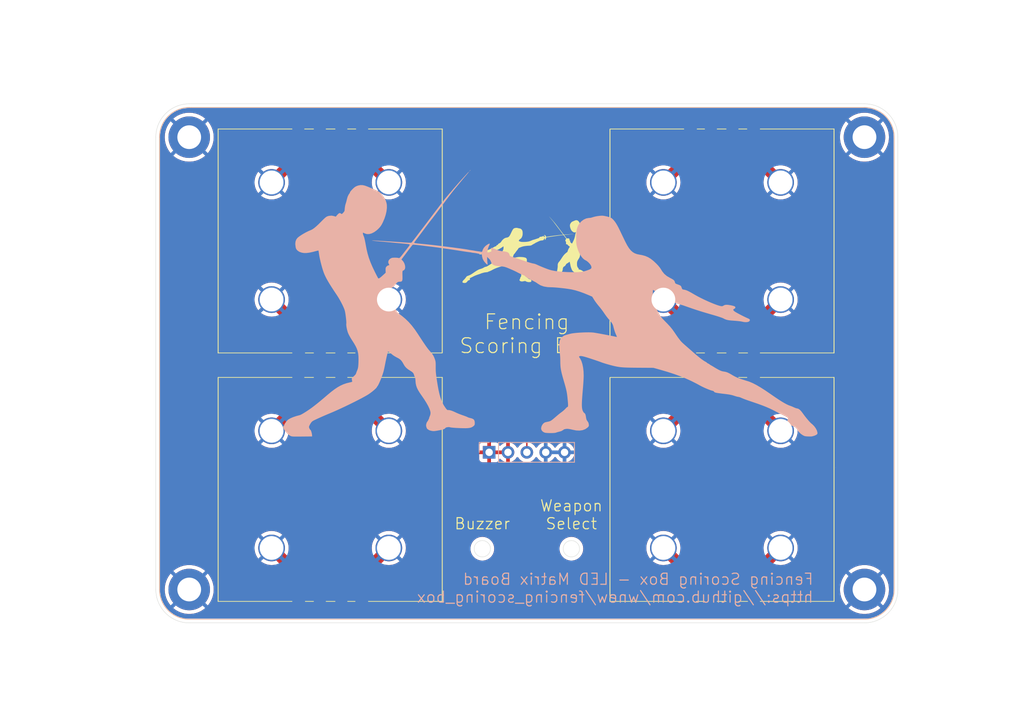
<source format=kicad_pcb>
(kicad_pcb (version 20240108) (generator "pcbnew") (generator_version "8.0")
  (layers (0 "F.Cu" signal) (31 "B.Cu" signal) (34 "B.Paste" user) (35 "F.Paste" user) (36 "B.SilkS" user "B.Silkscreen") (37 "F.SilkS" user "F.Silkscreen") (38 "B.Mask" user) (39 "F.Mask" user) (44 "Edge.Cuts" user))
  (net 0 "")
  (net 1 "GND")
  (net 2 "Net-(J2-Pin_3)")
  (net 3 "5V")
  (net 4 "Net-(U1-Output)")
  (net 5 "Net-(U2-Output)")
  (net 6 "Net-(U3-Output)")
  (footprint "MountingHole:MountingHole_3.2mm_M3_DIN965_Pad" (layer "F.Cu") (at 195.5 53.5)
    (property "Reference" "H2" (hide yes))
    (property "Value" "MountingHole_Pad" (hide yes))
    (pad "1" thru_hole circle (at 0 0) (size 5.6 5.6) (drill 3.2) (layers "*.Cu" "*.Mask") (net 1 "GND"))
  )
  (footprint "my_library:WS2812b_4x4_matrix" (layer "F.Cu") (at 180.55 115 90)
    (property "Reference" "U3" (hide yes))
    (property "Value" "~" (hide yes))
    (pad "1" smd roundrect (at 0 0 180) (size 1.5 4) (layers "F.Cu" "F.Paste" "F.Mask") (net 1 "GND"))
    (pad "2" smd roundrect (at 0 -2.85 180) (size 1.5 4) (layers "F.Cu" "F.Paste" "F.Mask") (net 5 "Net-(U2-Output)"))
    (pad "3" smd roundrect (at 0 -5.75 180) (size 1.5 4) (layers "F.Cu" "F.Paste" "F.Mask") (net 3 "5V"))
    (pad "4" smd roundrect (at 0 -8.5 180) (size 1.5 4) (layers "F.Cu" "F.Paste" "F.Mask") (net 1 "GND"))
    (pad "5" smd roundrect (at 28 -8.5 180) (size 1.5 4) (layers "F.Cu" "F.Paste" "F.Mask") (net 1 "GND"))
    (pad "6" smd roundrect (at 28 -5.75 180) (size 1.5 4) (layers "F.Cu" "F.Paste" "F.Mask") (net 3 "5V"))
    (pad "7" smd roundrect (at 28 -2.85 180) (size 1.5 4) (layers "F.Cu" "F.Paste" "F.Mask") (net 6 "Net-(U3-Output)"))
    (pad "8" smd roundrect (at 28 0 180) (size 1.5 4) (layers "F.Cu" "F.Paste" "F.Mask") (net 1 "GND"))
    (pad "9" thru_hole circle (at 6.1 -12.15 90) (size 3.6 3.6) (drill 3.2) (layers "*.Cu" "*.Mask") (net 1 "GND"))
    (pad "9" thru_hole circle (at 6.1 3.65 90) (size 3.6 3.6) (drill 3.2) (layers "*.Cu" "*.Mask") (net 1 "GND"))
    (pad "9" thru_hole circle (at 21.9 -12.15 90) (size 3.6 3.6) (drill 3.2) (layers "*.Cu" "*.Mask") (net 1 "GND"))
    (pad "9" thru_hole circle (at 21.9 3.65 90) (size 3.6 3.6) (drill 3.2) (layers "*.Cu" "*.Mask") (net 1 "GND"))
  )
  (footprint "MountingHole:MountingHole_3.2mm_M3_DIN965_Pad" (layer "F.Cu") (at 104.5 114.5)
    (property "Reference" "H3" (hide yes))
    (property "Value" "MountingHole_Pad" (hide yes))
    (pad "1" thru_hole circle (at 0 0) (size 5.6 5.6) (drill 3.2) (layers "*.Cu" "*.Mask") (net 1 "GND"))
  )
  (footprint "MountingHole:MountingHole_3.2mm_M3_DIN965_Pad" (layer "F.Cu") (at 195.5 114.5)
    (property "Reference" "H4" (hide yes))
    (property "Value" "MountingHole_Pad" (hide yes))
    (pad "1" thru_hole circle (at 0 0) (size 5.6 5.6) (drill 3.2) (layers "*.Cu" "*.Mask") (net 1 "GND"))
  )
  (footprint "my_library:WS2812b_4x4_matrix" (layer "F.Cu") (at 119.25 53.5 -90)
    (property "Reference" "U1" (hide yes))
    (property "Value" "~" (hide yes))
    (pad "1" smd roundrect (at 0 0) (size 1.5 4) (layers "F.Cu" "F.Paste" "F.Mask") (net 1 "GND"))
    (pad "2" smd roundrect (at 0 -2.85) (size 1.5 4) (layers "F.Cu" "F.Paste" "F.Mask") (net 2 "Net-(J2-Pin_3)"))
    (pad "3" smd roundrect (at 0 -5.75) (size 1.5 4) (layers "F.Cu" "F.Paste" "F.Mask") (net 3 "5V"))
    (pad "4" smd roundrect (at 0 -8.5) (size 1.5 4) (layers "F.Cu" "F.Paste" "F.Mask") (net 1 "GND"))
    (pad "5" smd roundrect (at 28 -8.5) (size 1.5 4) (layers "F.Cu" "F.Paste" "F.Mask") (net 1 "GND"))
    (pad "6" smd roundrect (at 28 -5.75) (size 1.5 4) (layers "F.Cu" "F.Paste" "F.Mask") (net 3 "5V"))
    (pad "7" smd roundrect (at 28 -2.85) (size 1.5 4) (layers "F.Cu" "F.Paste" "F.Mask") (net 4 "Net-(U1-Output)"))
    (pad "8" smd roundrect (at 28 0) (size 1.5 4) (layers "F.Cu" "F.Paste" "F.Mask") (net 1 "GND"))
    (pad "9" thru_hole circle (at 6.1 -12.15 270) (size 3.6 3.6) (drill 3.2) (layers "*.Cu" "*.Mask") (net 1 "GND"))
    (pad "9" thru_hole circle (at 6.1 3.65 270) (size 3.6 3.6) (drill 3.2) (layers "*.Cu" "*.Mask") (net 1 "GND"))
    (pad "9" thru_hole circle (at 21.9 -12.15 270) (size 3.6 3.6) (drill 3.2) (layers "*.Cu" "*.Mask") (net 1 "GND"))
    (pad "9" thru_hole circle (at 21.9 3.65 270) (size 3.6 3.6) (drill 3.2) (layers "*.Cu" "*.Mask") (net 1 "GND"))
  )
  (footprint "my_library:WS2812b_4x4_matrix" (layer "F.Cu") (at 119.25 87 -90)
    (property "Reference" "U2" (hide yes))
    (property "Value" "~" (hide yes))
    (pad "1" smd roundrect (at 0 0) (size 1.5 4) (layers "F.Cu" "F.Paste" "F.Mask") (net 1 "GND"))
    (pad "2" smd roundrect (at 0 -2.85) (size 1.5 4) (layers "F.Cu" "F.Paste" "F.Mask") (net 4 "Net-(U1-Output)"))
    (pad "3" smd roundrect (at 0 -5.75) (size 1.5 4) (layers "F.Cu" "F.Paste" "F.Mask") (net 3 "5V"))
    (pad "4" smd roundrect (at 0 -8.5) (size 1.5 4) (layers "F.Cu" "F.Paste" "F.Mask") (net 1 "GND"))
    (pad "5" smd roundrect (at 28 -8.5) (size 1.5 4) (layers "F.Cu" "F.Paste" "F.Mask") (net 1 "GND"))
    (pad "6" smd roundrect (at 28 -5.75) (size 1.5 4) (layers "F.Cu" "F.Paste" "F.Mask") (net 3 "5V"))
    (pad "7" smd roundrect (at 28 -2.85) (size 1.5 4) (layers "F.Cu" "F.Paste" "F.Mask") (net 5 "Net-(U2-Output)"))
    (pad "8" smd roundrect (at 28 0) (size 1.5 4) (layers "F.Cu" "F.Paste" "F.Mask") (net 1 "GND"))
    (pad "9" thru_hole circle (at 6.1 -12.15 270) (size 3.6 3.6) (drill 3.2) (layers "*.Cu" "*.Mask") (net 1 "GND"))
    (pad "9" thru_hole circle (at 6.1 3.65 270) (size 3.6 3.6) (drill 3.2) (layers "*.Cu" "*.Mask") (net 1 "GND"))
    (pad "9" thru_hole circle (at 21.9 -12.15 270) (size 3.6 3.6) (drill 3.2) (layers "*.Cu" "*.Mask") (net 1 "GND"))
    (pad "9" thru_hole circle (at 21.9 3.65 270) (size 3.6 3.6) (drill 3.2) (layers "*.Cu" "*.Mask") (net 1 "GND"))
  )
  (footprint "my_library:WS2812b_4x4_matrix" (layer "F.Cu") (at 180.55 81.5 90)
    (property "Reference" "U4" (hide yes))
    (property "Value" "~" (hide yes))
    (pad "1" smd roundrect (at 0 0 180) (size 1.5 4) (layers "F.Cu" "F.Paste" "F.Mask") (net 1 "GND"))
    (pad "2" smd roundrect (at 0 -2.85 180) (size 1.5 4) (layers "F.Cu" "F.Paste" "F.Mask") (net 6 "Net-(U3-Output)"))
    (pad "3" smd roundrect (at 0 -5.75 180) (size 1.5 4) (layers "F.Cu" "F.Paste" "F.Mask") (net 3 "5V"))
    (pad "4" smd roundrect (at 0 -8.5 180) (size 1.5 4) (layers "F.Cu" "F.Paste" "F.Mask") (net 1 "GND"))
    (pad "5" smd roundrect (at 28 -8.5 180) (size 1.5 4) (layers "F.Cu" "F.Paste" "F.Mask") (net 1 "GND"))
    (pad "6" smd roundrect (at 28 -5.75 180) (size 1.5 4) (layers "F.Cu" "F.Paste" "F.Mask") (net 3 "5V"))
    (pad "7" smd roundrect (at 28 -2.85 180) (size 1.5 4) (layers "F.Cu" "F.Paste" "F.Mask"))
    (pad "8" smd roundrect (at 28 0 180) (size 1.5 4) (layers "F.Cu" "F.Paste" "F.Mask") (net 1 "GND"))
    (pad "9" thru_hole circle (at 6.1 -12.15 90) (size 3.6 3.6) (drill 3.2) (layers "*.Cu" "*.Mask") (net 1 "GND"))
    (pad "9" thru_hole circle (at 6.1 3.65 90) (size 3.6 3.6) (drill 3.2) (layers "*.Cu" "*.Mask") (net 1 "GND"))
    (pad "9" thru_hole circle (at 21.9 -12.15 90) (size 3.6 3.6) (drill 3.2) (layers "*.Cu" "*.Mask") (net 1 "GND"))
    (pad "9" thru_hole circle (at 21.9 3.65 90) (size 3.6 3.6) (drill 3.2) (layers "*.Cu" "*.Mask") (net 1 "GND"))
  )
  (footprint "MountingHole:MountingHole_3.2mm_M3_DIN965_Pad" (layer "F.Cu") (at 104.5 53.5)
    (property "Reference" "H1" (hide yes))
    (property "Value" "MountingHole_Pad" (hide yes))
    (pad "1" thru_hole circle (at 0 0) (size 5.6 5.6) (drill 3.2) (layers "*.Cu" "*.Mask") (net 1 "GND"))
  )
  (footprint "Graphics:Fencers_20mm_h" (layer "F.Cu") (at 150.645168 69)
    (property "Reference" "G***" (hide yes))
    (property "Value" "LOGO" (hide yes))
  )
  (footprint "Graphics:Fencers_40mm_h" (layer "B.Cu") (at 151.8 77.2 180)
    (property "Reference" "G***" (hide yes))
    (property "Value" "LOGO" (hide yes))
  )
  (footprint "Connector_PinHeader_2.54mm:PinHeader_1x05_P2.54mm_Vertical" (layer "B.Cu") (at 144.92 96 -90)
    (property "Reference" "J2" (hide yes))
    (property "Value" "Conn_01x05_Pin" (hide yes))
    (pad "1" thru_hole rect (at 0 0 270) (size 1.7 1.7) (drill 1) (layers "*.Cu" "*.Mask") (net 3 "5V"))
    (pad "2" thru_hole oval (at 0 -2.54 270) (size 1.7 1.7) (drill 1) (layers "*.Cu" "*.Mask") (net 3 "5V"))
    (pad "3" thru_hole oval (at 0 -5.08 270) (size 1.7 1.7) (drill 1) (layers "*.Cu" "*.Mask") (net 2 "Net-(J2-Pin_3)"))
    (pad "4" thru_hole oval (at 0 -7.62 270) (size 1.7 1.7) (drill 1) (layers "*.Cu" "*.Mask") (net 1 "GND"))
    (pad "5" thru_hole oval (at 0 -10.16 270) (size 1.7 1.7) (drill 1) (layers "*.Cu" "*.Mask") (net 1 "GND"))
  )
  (gr_arc (start 199.5 114.5) (mid 198.328427 117.328427) (end 195.5 118.5) (stroke (width 0.1)) (layer "B.SilkS"))
  (gr_arc (start 104.5 118.5) (mid 101.671573 117.328427) (end 100.5 114.5) (stroke (width 0.1)) (layer "B.SilkS"))
  (gr_line (start 104.5 49.5) (end 195.5 49.5) (stroke (width 0.1)) (layer "B.SilkS"))
  (gr_line (start 195.5 118.5) (end 104.5 118.5) (stroke (width 0.1)) (layer "B.SilkS"))
  (gr_line (start 199.5 53.5) (end 199.5 114.5) (stroke (width 0.1)) (layer "B.SilkS"))
  (gr_arc (start 100.5 53.5) (mid 101.671573 50.671573) (end 104.5 49.5) (stroke (width 0.1)) (layer "B.SilkS"))
  (gr_line (start 100.5 114.5) (end 100.5 53.5) (stroke (width 0.1)) (layer "B.SilkS"))
  (gr_arc (start 195.5 49.5) (mid 198.328427 50.671573) (end 199.5 53.5) (stroke (width 0.1)) (layer "B.SilkS"))
  (gr_line (start 199.5 53.5) (end 199.5 114.5) (stroke (width 0.1)) (layer "F.SilkS"))
  (gr_line (start 104.5 49.5) (end 195.5 49.5) (stroke (width 0.1)) (layer "F.SilkS"))
  (gr_line (start 195.5 118.5) (end 104.5 118.5) (stroke (width 0.1)) (layer "F.SilkS"))
  (gr_arc (start 199.5 114.5) (mid 198.328427 117.328427) (end 195.5 118.5) (stroke (width 0.1)) (layer "F.SilkS"))
  (gr_line (start 100.5 114.5) (end 100.5 53.5) (stroke (width 0.1)) (layer "F.SilkS"))
  (gr_arc (start 104.5 118.5) (mid 101.671573 117.328427) (end 100.5 114.5) (stroke (width 0.1)) (layer "F.SilkS"))
  (gr_arc (start 195.5 49.5) (mid 198.328427 50.671573) (end 199.5 53.5) (stroke (width 0.1)) (layer "F.SilkS"))
  (gr_arc (start 100.5 53.5) (mid 101.671573 50.671573) (end 104.5 49.5) (stroke (width 0.1)) (layer "F.SilkS"))
  (gr_line (start 104.5 49) (end 195.5 49) (stroke (width 0.05)) (layer "Edge.Cuts"))
  (gr_arc (start 200 114.5) (mid 198.681981 117.681981) (end 195.5 119) (stroke (width 0.05)) (layer "Edge.Cuts"))
  (gr_circle (center 144 109) (end 144 107.9) (stroke (width 0.05)) (fill none) (layer "Edge.Cuts"))
  (gr_arc (start 100 53.5) (mid 101.318019 50.318019) (end 104.5 49) (stroke (width 0.05)) (layer "Edge.Cuts"))
  (gr_arc (start 104.5 119) (mid 101.318019 117.681981) (end 100 114.5) (stroke (width 0.05)) (layer "Edge.Cuts"))
  (gr_arc (start 195.5 49) (mid 198.681981 50.318019) (end 200 53.5) (stroke (width 0.05)) (layer "Edge.Cuts"))
  (gr_line (start 100 114.5) (end 100 53.5) (stroke (width 0.05)) (layer "Edge.Cuts"))
  (gr_line (start 195.5 119) (end 104.5 119) (stroke (width 0.05)) (layer "Edge.Cuts"))
  (gr_line (start 200 53.5) (end 200 114.5) (stroke (width 0.05)) (layer "Edge.Cuts"))
  (gr_circle (center 156 109) (end 156 107.9) (stroke (width 0.05)) (fill none) (layer "Edge.Cuts"))
  (gr_text "Fencing Scoring Box - LED Matrix Board\nhttps://github.com/wnew/fencing_scoring_box" (at 188.7 116.4 0) (layer "B.SilkS") (effects (font (size 1.5 1.5)) (justify left bottom mirror)))
  (gr_text "Weapon\nSelect" (at 156 106.5 0) (layer "F.SilkS") (effects (font (size 1.5 1.5)) (justify bottom)))
  (gr_text "Fencing\nScoring Box" (at 150 82.8 0) (layer "F.SilkS") (effects (font (size 2 2)) (justify bottom)))
  (gr_text "Buzzer" (at 144 106.5 0) (layer "F.SilkS") (effects (font (size 1.5 1.5)) (justify bottom)))
  (segment (start 127.75 89.45) (end 131.4 93.1) (width 1.5) (layer "F.Cu") (net 1))
  (segment (start 180.55 79.05) (end 184.2 75.4) (width 1.5) (layer "F.Cu") (net 1))
  (segment (start 119.25 81.5) (end 119.25 79.05) (width 1.5) (layer "F.Cu") (net 1))
  (segment (start 127.75 81.5) (end 127.75 87) (width 1.5) (layer "F.Cu") (net 1))
  (segment (start 180.55 53.5) (end 180.55 55.95) (width 1.5) (layer "F.Cu") (net 1))
  (segment (start 127.75 79.05) (end 131.4 75.4) (width 1.5) (layer "F.Cu") (net 1))
  (segment (start 180.55 115) (end 180.55 112.55) (width 1.5) (layer "F.Cu") (net 1))
  (segment (start 172.05 53.5) (end 172.05 55.95) (width 1.5) (layer "F.Cu") (net 1))
  (segment (start 180.55 55.95) (end 184.2 59.6) (width 1.5) (layer "F.Cu") (net 1))
  (segment (start 180.55 81.5) (end 180.55 87) (width 1.5) (layer "F.Cu") (net 1))
  (segment (start 119.25 89.45) (end 115.6 93.1) (width 1.5) (layer "F.Cu") (net 1))
  (segment (start 127.75 53.5) (end 127.75 55.95) (width 1.5) (layer "F.Cu") (net 1))
  (segment (start 172.05 79.05) (end 168.4 75.4) (width 1.5) (layer "F.Cu") (net 1))
  (segment (start 119.25 115) (end 119.25 112.55) (width 1.5) (layer "F.Cu") (net 1))
  (segment (start 119.25 79.05) (end 115.6 75.4) (width 1.5) (layer "F.Cu") (net 1))
  (segment (start 180.55 89.45) (end 184.2 93.1) (width 1.5) (layer "F.Cu") (net 1))
  (segment (start 172.05 115) (end 172.05 112.55) (width 1.5) (layer "F.Cu") (net 1))
  (segment (start 127.75 81.5) (end 127.75 79.05) (width 1.5) (layer "F.Cu") (net 1))
  (segment (start 119.25 81.5) (end 119.25 87) (width 1.5) (layer "F.Cu") (net 1))
  (segment (start 172.05 87) (end 172.05 89.45) (width 1.5) (layer "F.Cu") (net 1))
  (segment (start 127.75 87) (end 127.75 89.45) (width 1.5) (layer "F.Cu") (net 1))
  (segment (start 119.25 55.95) (end 115.6 59.6) (width 1.5) (layer "F.Cu") (net 1))
  (segment (start 119.25 53.5) (end 119.25 55.95) (width 1.5) (layer "F.Cu") (net 1))
  (segment (start 127.75 112.55) (end 131.4 108.9) (width 1.5) (layer "F.Cu") (net 1))
  (segment (start 119.25 112.55) (end 115.6 108.9) (width 1.5) (layer "F.Cu") (net 1))
  (segment (start 172.05 112.55) (end 168.4 108.9) (width 1.5) (layer "F.Cu") (net 1))
  (segment (start 180.55 87) (end 180.55 89.45) (width 1.5) (layer "F.Cu") (net 1))
  (segment (start 180.55 81.5) (end 180.55 79.05) (width 1.5) (layer "F.Cu") (net 1))
  (segment (start 127.75 115) (end 127.75 112.55) (width 1.5) (layer "F.Cu") (net 1))
  (segment (start 172.05 81.5) (end 172.05 79.05) (width 1.5) (layer "F.Cu") (net 1))
  (segment (start 180.55 112.55) (end 184.2 108.9) (width 1.5) (layer "F.Cu") (net 1))
  (segment (start 172.05 55.95) (end 168.4 59.6) (width 1.5) (layer "F.Cu") (net 1))
  (segment (start 119.25 81.55) (end 119.3 81.6) (width 0.2) (layer "F.Cu") (net 1))
  (segment (start 172.05 89.45) (end 168.4 93.1) (width 1.5) (layer "F.Cu") (net 1))
  (segment (start 119.25 87) (end 119.25 89.45) (width 1.5) (layer "F.Cu") (net 1))
  (segment (start 127.75 55.95) (end 131.4 59.6) (width 1.5) (layer "F.Cu") (net 1))
  (segment (start 150 96) (end 150 86.9) (width 0.2) (layer "F.Cu") (net 2))
  (segment (start 150 86.9) (end 122.1 59) (width 0.2) (layer "F.Cu") (net 2))
  (segment (start 122.1 59) (end 122.1 53.5) (width 0.2) (layer "F.Cu") (net 2))
  (segment (start 122.1 81.5) (end 122.1 87) (width 0.2) (layer "F.Cu") (net 4))
  (segment (start 122.1 113) (end 130.2 104.9) (width 0.2) (layer "F.Cu") (net 5))
  (segment (start 122.1 115) (end 122.1 113) (width 0.2) (layer "F.Cu") (net 5))
  (segment (start 177.7 115) (end 177.7 113) (width 0.2) (layer "F.Cu") (net 5))
  (segment (start 177.7 113) (end 169.6 104.9) (width 0.2) (layer "F.Cu") (net 5))
  (segment (start 130.2 104.9) (end 169.6 104.9) (width 0.2) (layer "F.Cu") (net 5))
  (segment (start 177.7 87) (end 177.7 81.5) (width 0.2) (layer "F.Cu") (net 6))
  (zone (net 3) (net_name "5V") (layer "F.Cu") (connect_pads (clearance 0.5)) (min_thickness 0.25) (fill yes (thermal_gap 0.5) (thermal_bridge_width 0.5))
    (polygon (pts (xy 211 40) (xy 209 129) (xy 88 128) (xy 89 40)))
  )
  (zone (net 1) (net_name "GND") (layer "B.Cu") (priority 1) (connect_pads (clearance 0.5)) (min_thickness 0.25) (fill yes (thermal_gap 0.5) (thermal_bridge_width 0.5))
    (polygon (pts (xy 87 36) (xy 217 35) (xy 217 131) (xy 79 130)))
  )
)
</source>
